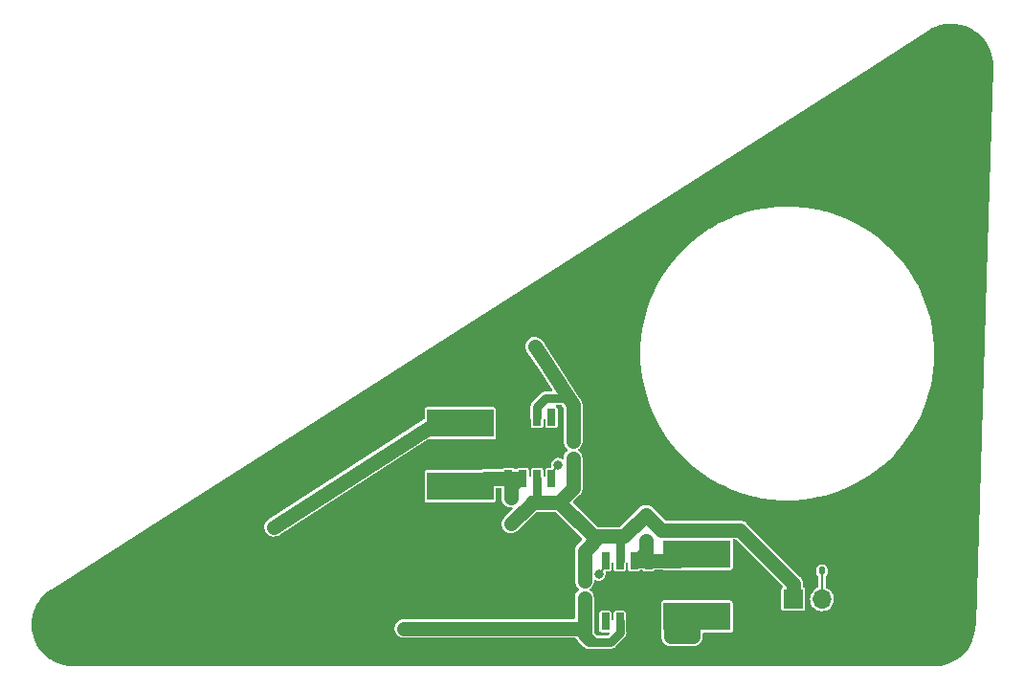
<source format=gbl>
G04 #@! TF.GenerationSoftware,KiCad,Pcbnew,(6.0.0)*
G04 #@! TF.CreationDate,2022-02-11T23:27:56-05:00*
G04 #@! TF.ProjectId,FalconLHS,46616c63-6f6e-44c4-9853-2e6b69636164,1A*
G04 #@! TF.SameCoordinates,Original*
G04 #@! TF.FileFunction,Copper,L2,Bot*
G04 #@! TF.FilePolarity,Positive*
%FSLAX46Y46*%
G04 Gerber Fmt 4.6, Leading zero omitted, Abs format (unit mm)*
G04 Created by KiCad (PCBNEW (6.0.0)) date 2022-02-11 23:27:56*
%MOMM*%
%LPD*%
G01*
G04 APERTURE LIST*
G04 Aperture macros list*
%AMRoundRect*
0 Rectangle with rounded corners*
0 $1 Rounding radius*
0 $2 $3 $4 $5 $6 $7 $8 $9 X,Y pos of 4 corners*
0 Add a 4 corners polygon primitive as box body*
4,1,4,$2,$3,$4,$5,$6,$7,$8,$9,$2,$3,0*
0 Add four circle primitives for the rounded corners*
1,1,$1+$1,$2,$3*
1,1,$1+$1,$4,$5*
1,1,$1+$1,$6,$7*
1,1,$1+$1,$8,$9*
0 Add four rect primitives between the rounded corners*
20,1,$1+$1,$2,$3,$4,$5,0*
20,1,$1+$1,$4,$5,$6,$7,0*
20,1,$1+$1,$6,$7,$8,$9,0*
20,1,$1+$1,$8,$9,$2,$3,0*%
G04 Aperture macros list end*
G04 #@! TA.AperFunction,SMDPad,CuDef*
%ADD10R,0.650000X1.500000*%
G04 #@! TD*
G04 #@! TA.AperFunction,SMDPad,CuDef*
%ADD11R,3.600000X2.700000*%
G04 #@! TD*
G04 #@! TA.AperFunction,ComponentPad*
%ADD12R,1.700000X1.700000*%
G04 #@! TD*
G04 #@! TA.AperFunction,ComponentPad*
%ADD13O,1.700000X1.700000*%
G04 #@! TD*
G04 #@! TA.AperFunction,SMDPad,CuDef*
%ADD14RoundRect,0.135000X0.135000X0.185000X-0.135000X0.185000X-0.135000X-0.185000X0.135000X-0.185000X0*%
G04 #@! TD*
G04 #@! TA.AperFunction,SMDPad,CuDef*
%ADD15R,5.900000X2.450000*%
G04 #@! TD*
G04 #@! TA.AperFunction,SMDPad,CuDef*
%ADD16RoundRect,0.135000X0.185000X-0.135000X0.185000X0.135000X-0.185000X0.135000X-0.185000X-0.135000X0*%
G04 #@! TD*
G04 #@! TA.AperFunction,SMDPad,CuDef*
%ADD17RoundRect,0.250000X1.100000X-0.325000X1.100000X0.325000X-1.100000X0.325000X-1.100000X-0.325000X0*%
G04 #@! TD*
G04 #@! TA.AperFunction,SMDPad,CuDef*
%ADD18R,0.900000X0.800000*%
G04 #@! TD*
G04 #@! TA.AperFunction,SMDPad,CuDef*
%ADD19RoundRect,0.250000X-1.100000X0.325000X-1.100000X-0.325000X1.100000X-0.325000X1.100000X0.325000X0*%
G04 #@! TD*
G04 #@! TA.AperFunction,SMDPad,CuDef*
%ADD20RoundRect,0.135000X-0.185000X0.135000X-0.185000X-0.135000X0.185000X-0.135000X0.185000X0.135000X0*%
G04 #@! TD*
G04 #@! TA.AperFunction,ViaPad*
%ADD21C,1.700000*%
G04 #@! TD*
G04 #@! TA.AperFunction,ViaPad*
%ADD22C,0.800000*%
G04 #@! TD*
G04 #@! TA.AperFunction,Conductor*
%ADD23C,1.270000*%
G04 #@! TD*
G04 #@! TA.AperFunction,Conductor*
%ADD24C,0.762000*%
G04 #@! TD*
G04 #@! TA.AperFunction,Conductor*
%ADD25C,0.203200*%
G04 #@! TD*
G04 APERTURE END LIST*
D10*
X159875000Y-123720000D03*
X158605000Y-123720000D03*
X157335000Y-123720000D03*
X156065000Y-123720000D03*
X156065000Y-118320000D03*
X157335000Y-118320000D03*
X158605000Y-118320000D03*
X159875000Y-118320000D03*
D11*
X157970000Y-121020000D03*
D12*
X172690000Y-121750000D03*
D13*
X175230000Y-121750000D03*
X177770000Y-121750000D03*
D14*
X176250000Y-119239119D03*
X175230000Y-119239119D03*
D15*
X143219500Y-111745000D03*
X143219500Y-106195000D03*
X164170000Y-117745000D03*
X164170000Y-123295000D03*
D16*
X154270000Y-121430000D03*
X154270000Y-120410000D03*
D17*
X150500000Y-116111600D03*
X150500000Y-113161600D03*
D18*
X159670000Y-114270000D03*
X159670000Y-116570000D03*
D19*
X156870000Y-113245000D03*
X156870000Y-116195000D03*
D20*
X153100000Y-108016600D03*
X153100000Y-109036600D03*
D18*
X147719500Y-115086600D03*
X147719500Y-112786600D03*
D10*
X147495000Y-105670000D03*
X148765000Y-105670000D03*
X150035000Y-105670000D03*
X151305000Y-105670000D03*
X151305000Y-111070000D03*
X150035000Y-111070000D03*
X148765000Y-111070000D03*
X147495000Y-111070000D03*
D11*
X149400000Y-108370000D03*
D21*
X149400000Y-108370000D03*
X157810000Y-121020000D03*
D22*
X154600000Y-111375000D03*
X153890000Y-113140000D03*
X151950000Y-115030000D03*
X152660000Y-115830000D03*
X155375000Y-112125000D03*
X154600000Y-113820000D03*
X155470000Y-119520000D03*
X151884646Y-109863935D03*
X149829327Y-99390673D03*
X150984423Y-101165577D03*
X150404904Y-100275096D03*
X127544570Y-114849070D03*
X128410851Y-114295351D03*
X126727094Y-115371594D03*
X140305000Y-124335000D03*
X138245000Y-124335000D03*
X139285000Y-124335000D03*
X161855000Y-125060000D03*
X163825000Y-125060000D03*
X162865000Y-125060000D03*
D23*
X148400000Y-105670000D02*
X148400000Y-107370000D01*
X158970000Y-122020000D02*
X158970000Y-123720000D01*
X147495000Y-105670000D02*
X148400000Y-105670000D01*
X148400000Y-107370000D02*
X149400000Y-108370000D01*
X159875000Y-123720000D02*
X158970000Y-123720000D01*
X157970000Y-121020000D02*
X158970000Y-122020000D01*
D24*
X157335000Y-118320000D02*
X157335000Y-116660000D01*
D23*
X155480978Y-116195000D02*
X154205000Y-117470978D01*
D24*
X150035000Y-112696600D02*
X150500000Y-113161600D01*
X157335000Y-116660000D02*
X156870000Y-116195000D01*
D23*
X147719500Y-115086600D02*
X149644500Y-113161600D01*
X156870000Y-116195000D02*
X157695000Y-116195000D01*
X156870000Y-116195000D02*
X155480978Y-116195000D01*
X172690000Y-120350000D02*
X172690000Y-121750000D01*
X149608400Y-113161600D02*
X151957422Y-113161600D01*
X167950000Y-115610000D02*
X172690000Y-120350000D01*
X155480978Y-116195000D02*
X154990822Y-116195000D01*
X154205000Y-117470978D02*
X154205000Y-120150480D01*
X161010000Y-115610000D02*
X167950000Y-115610000D01*
X153200000Y-111919022D02*
X153200000Y-109270000D01*
X154990822Y-116195000D02*
X151957422Y-113161600D01*
X151957422Y-113161600D02*
X153200000Y-111919022D01*
D24*
X150035000Y-111070000D02*
X150035000Y-112696600D01*
D23*
X157695000Y-116195000D02*
X159620000Y-114270000D01*
X159620000Y-114270000D02*
X159670000Y-114270000D01*
X159670000Y-114270000D02*
X161010000Y-115610000D01*
X148400000Y-111070000D02*
X145400000Y-111070000D01*
X147719500Y-111750500D02*
X148400000Y-111070000D01*
X145400000Y-111070000D02*
X144725000Y-111745000D01*
X147719500Y-112786600D02*
X147719500Y-111750500D01*
X158970000Y-118320000D02*
X162570000Y-118320000D01*
X159670000Y-116570000D02*
X159670000Y-117620000D01*
X159670000Y-117620000D02*
X158970000Y-118320000D01*
D25*
X175230000Y-119239119D02*
X175230000Y-121750000D01*
X151884646Y-109980354D02*
X151300000Y-110565000D01*
X155470000Y-119420000D02*
X156065000Y-118825000D01*
X155470000Y-119520000D02*
X155470000Y-119420000D01*
X151884646Y-109863935D02*
X151884646Y-109980354D01*
D24*
X150035000Y-105670000D02*
X150035000Y-104703978D01*
X150768978Y-103970000D02*
X152600000Y-103970000D01*
D23*
X150984423Y-101165577D02*
X153200000Y-104570000D01*
D24*
X152600000Y-103970000D02*
X153200000Y-104570000D01*
D23*
X150404904Y-100275096D02*
X150984423Y-101165577D01*
X153200000Y-104570000D02*
X153200000Y-107770000D01*
D24*
X150035000Y-104703978D02*
X150768978Y-103970000D01*
D23*
X149829327Y-99390673D02*
X150404904Y-100275096D01*
X126727094Y-115371594D02*
X140870000Y-106300000D01*
X143219500Y-106195000D02*
X140870000Y-106300000D01*
D24*
X154017541Y-124990918D02*
X154188459Y-124820000D01*
D23*
X154205000Y-124820000D02*
X154205000Y-124335000D01*
X154205000Y-124335000D02*
X154205000Y-121620000D01*
D24*
X157335000Y-123720000D02*
X157335000Y-124721022D01*
D23*
X140305000Y-124335000D02*
X139285000Y-124335000D01*
X139285000Y-124335000D02*
X138245000Y-124335000D01*
D24*
X154188459Y-124820000D02*
X154205000Y-124820000D01*
X156497214Y-125558808D02*
X154585431Y-125558808D01*
X154205000Y-124335000D02*
X154205000Y-124655000D01*
X154205000Y-124655000D02*
X155120000Y-125570000D01*
D23*
X154205000Y-124335000D02*
X140305000Y-124335000D01*
D24*
X154585431Y-125558808D02*
X154017541Y-124990918D01*
X157335000Y-124721022D02*
X156497214Y-125558808D01*
D23*
X161855000Y-125060000D02*
X163825000Y-125060000D01*
X161855000Y-123685000D02*
X161960000Y-123580000D01*
X163825000Y-123425000D02*
X163840000Y-123410000D01*
X161855000Y-125060000D02*
X161855000Y-123685000D01*
X163825000Y-125060000D02*
X163825000Y-123425000D01*
G04 #@! TA.AperFunction,Conductor*
G36*
X186760135Y-70836859D02*
G01*
X187078377Y-70860362D01*
X187113894Y-70862985D01*
X187123732Y-70864202D01*
X187473178Y-70925017D01*
X187482850Y-70927196D01*
X187824618Y-71022113D01*
X187834026Y-71025232D01*
X188164800Y-71153332D01*
X188173857Y-71157364D01*
X188490407Y-71317394D01*
X188499018Y-71322293D01*
X188673677Y-71433424D01*
X188798292Y-71512713D01*
X188806381Y-71518439D01*
X189085457Y-71737390D01*
X189092937Y-71743879D01*
X189349103Y-71989234D01*
X189355916Y-71996435D01*
X189586681Y-72265803D01*
X189592753Y-72273641D01*
X189795889Y-72564424D01*
X189801159Y-72572821D01*
X189974686Y-72882183D01*
X189979104Y-72891058D01*
X190121338Y-73215997D01*
X190124861Y-73225264D01*
X190234420Y-73562625D01*
X190237014Y-73572194D01*
X190312836Y-73918706D01*
X190314475Y-73928482D01*
X190355822Y-74280778D01*
X190356490Y-74290658D01*
X190362470Y-74618434D01*
X190360367Y-74640811D01*
X190360221Y-74641509D01*
X190360221Y-74641512D01*
X190358425Y-74650123D01*
X190359683Y-74658832D01*
X190359683Y-74658834D01*
X190360976Y-74667788D01*
X190361962Y-74685292D01*
X189784479Y-93276064D01*
X188827625Y-124079849D01*
X188825555Y-124097260D01*
X188821912Y-124114733D01*
X188823297Y-124124321D01*
X188824016Y-124146656D01*
X188798805Y-124464442D01*
X188798771Y-124464866D01*
X188797543Y-124474460D01*
X188737914Y-124810918D01*
X188737122Y-124815385D01*
X188734978Y-124824816D01*
X188642077Y-125158367D01*
X188639036Y-125167552D01*
X188556675Y-125381244D01*
X188514518Y-125490624D01*
X188510608Y-125499476D01*
X188355616Y-125809107D01*
X188350888Y-125817516D01*
X188166860Y-126110824D01*
X188161328Y-126118764D01*
X187949980Y-126393017D01*
X187943711Y-126400389D01*
X187706994Y-126653061D01*
X187700046Y-126659797D01*
X187440137Y-126888564D01*
X187432573Y-126894601D01*
X187353384Y-126951797D01*
X187151895Y-127097327D01*
X187143799Y-127102602D01*
X186991581Y-127191644D01*
X186844923Y-127277433D01*
X186836344Y-127281912D01*
X186522060Y-127427212D01*
X186513091Y-127430845D01*
X186349706Y-127488057D01*
X186186313Y-127545271D01*
X186177051Y-127548023D01*
X185945021Y-127604948D01*
X185840767Y-127630525D01*
X185831268Y-127632376D01*
X185659950Y-127657279D01*
X185488630Y-127682182D01*
X185479004Y-127683112D01*
X185364953Y-127688604D01*
X185160168Y-127698465D01*
X185137863Y-127697053D01*
X185136989Y-127696899D01*
X185136988Y-127696899D01*
X185128321Y-127695371D01*
X185119655Y-127696899D01*
X185110740Y-127698471D01*
X185093271Y-127699999D01*
X147059840Y-127700000D01*
X109035050Y-127700000D01*
X109017581Y-127698472D01*
X109017576Y-127698471D01*
X109016402Y-127698264D01*
X109008667Y-127696900D01*
X109008666Y-127696900D01*
X109000000Y-127695372D01*
X108990664Y-127697018D01*
X108990660Y-127697019D01*
X108968211Y-127698425D01*
X108639201Y-127682122D01*
X108629293Y-127681137D01*
X108413319Y-127648821D01*
X108276971Y-127628419D01*
X108267212Y-127626461D01*
X108204705Y-127610664D01*
X107921819Y-127539170D01*
X107912314Y-127536261D01*
X107577222Y-127415246D01*
X107568038Y-127411405D01*
X107246586Y-127257873D01*
X107237824Y-127253143D01*
X106989291Y-127102606D01*
X106933096Y-127068568D01*
X106924859Y-127063004D01*
X106639871Y-126849209D01*
X106632224Y-126842857D01*
X106369773Y-126601942D01*
X106362783Y-126594856D01*
X106125443Y-126329187D01*
X106119185Y-126321443D01*
X105909259Y-126033597D01*
X105903797Y-126025271D01*
X105889616Y-126001128D01*
X105765405Y-125789669D01*
X105723369Y-125718106D01*
X105718757Y-125709282D01*
X105569574Y-125385776D01*
X105565856Y-125376538D01*
X105449379Y-125039853D01*
X105446594Y-125030294D01*
X105443161Y-125015895D01*
X105363975Y-124683756D01*
X105362150Y-124673978D01*
X105353149Y-124607719D01*
X105341536Y-124522244D01*
X105314193Y-124320973D01*
X105313342Y-124311053D01*
X105312508Y-124287906D01*
X137402670Y-124287906D01*
X137412207Y-124469883D01*
X137417766Y-124490064D01*
X137454973Y-124625140D01*
X137460599Y-124645566D01*
X137545587Y-124806760D01*
X137578270Y-124845435D01*
X137629927Y-124906563D01*
X137663206Y-124945944D01*
X137807969Y-125056624D01*
X137812909Y-125058927D01*
X137812908Y-125058927D01*
X137953530Y-125124500D01*
X137973122Y-125133636D01*
X137978440Y-125134825D01*
X137978441Y-125134825D01*
X138025629Y-125145372D01*
X138150960Y-125173387D01*
X138155077Y-125173617D01*
X138155083Y-125173618D01*
X138155142Y-125173621D01*
X138155148Y-125173621D01*
X138156558Y-125173700D01*
X153382140Y-125173700D01*
X153441271Y-125192913D01*
X153468371Y-125222487D01*
X153533012Y-125330067D01*
X153536749Y-125334019D01*
X153536756Y-125334028D01*
X153570655Y-125369875D01*
X153577368Y-125377749D01*
X153600528Y-125407931D01*
X153616469Y-125420163D01*
X153628320Y-125430852D01*
X153647389Y-125451017D01*
X153658217Y-125462468D01*
X153662721Y-125465529D01*
X153662727Y-125465534D01*
X153662785Y-125465573D01*
X153677376Y-125477643D01*
X154140224Y-125940491D01*
X154148902Y-125950387D01*
X154164402Y-125970588D01*
X154164405Y-125970591D01*
X154168418Y-125975821D01*
X154173648Y-125979834D01*
X154199082Y-125999350D01*
X154197718Y-126001127D01*
X154197719Y-126001128D01*
X154199083Y-125999351D01*
X154290558Y-126069542D01*
X154296654Y-126072067D01*
X154426700Y-126125934D01*
X154426701Y-126125934D01*
X154432794Y-126128458D01*
X154439332Y-126129319D01*
X154439333Y-126129319D01*
X154578891Y-126147693D01*
X154585431Y-126148554D01*
X154617218Y-126144369D01*
X154630349Y-126143508D01*
X154990082Y-126143508D01*
X155003211Y-126144369D01*
X155120000Y-126159745D01*
X155236792Y-126144369D01*
X155249923Y-126143508D01*
X156452304Y-126143508D01*
X156465433Y-126144369D01*
X156497214Y-126148553D01*
X156535533Y-126143508D01*
X156535535Y-126143508D01*
X156597236Y-126135385D01*
X156643313Y-126129319D01*
X156643315Y-126129318D01*
X156649851Y-126128458D01*
X156750427Y-126086798D01*
X156792087Y-126069542D01*
X156844169Y-126029578D01*
X156914227Y-125975821D01*
X156918240Y-125970591D01*
X156918246Y-125970585D01*
X156933748Y-125950382D01*
X156942424Y-125940488D01*
X157716685Y-125166228D01*
X157726579Y-125157551D01*
X157746783Y-125142048D01*
X157752013Y-125138035D01*
X157811891Y-125060000D01*
X157845734Y-125015895D01*
X157846972Y-125012906D01*
X161012670Y-125012906D01*
X161012955Y-125018346D01*
X161012955Y-125018347D01*
X161016162Y-125079538D01*
X161016300Y-125084803D01*
X161016300Y-125105520D01*
X161016594Y-125108225D01*
X161016594Y-125108228D01*
X161018361Y-125124500D01*
X161018811Y-125130095D01*
X161022207Y-125194883D01*
X161023652Y-125200130D01*
X161023653Y-125200134D01*
X161026333Y-125209862D01*
X161029357Y-125225713D01*
X161031035Y-125241160D01*
X161032774Y-125246326D01*
X161032774Y-125246328D01*
X161051728Y-125302647D01*
X161053371Y-125308020D01*
X161055764Y-125316709D01*
X161070599Y-125370566D01*
X161073141Y-125375387D01*
X161073142Y-125375390D01*
X161077843Y-125384307D01*
X161084201Y-125399140D01*
X161089158Y-125413869D01*
X161091964Y-125418539D01*
X161122573Y-125469481D01*
X161125331Y-125474375D01*
X161133883Y-125490596D01*
X161155587Y-125531760D01*
X161159101Y-125535918D01*
X161159102Y-125535920D01*
X161165617Y-125543629D01*
X161175004Y-125556740D01*
X161183012Y-125570067D01*
X161186760Y-125574031D01*
X161186762Y-125574033D01*
X161227590Y-125617208D01*
X161231330Y-125621391D01*
X161273206Y-125670944D01*
X161277534Y-125674253D01*
X161285552Y-125680383D01*
X161297541Y-125691179D01*
X161308217Y-125702468D01*
X161312721Y-125705529D01*
X161312727Y-125705534D01*
X161361876Y-125738934D01*
X161366426Y-125742215D01*
X161417969Y-125781624D01*
X161422903Y-125783925D01*
X161422910Y-125783929D01*
X161432057Y-125788194D01*
X161446086Y-125796163D01*
X161458933Y-125804894D01*
X161519181Y-125828992D01*
X161524302Y-125831208D01*
X161583122Y-125858636D01*
X161588435Y-125859824D01*
X161588439Y-125859825D01*
X161598291Y-125862027D01*
X161613699Y-125866796D01*
X161628127Y-125872567D01*
X161633501Y-125873457D01*
X161633502Y-125873457D01*
X161692140Y-125883165D01*
X161697652Y-125884237D01*
X161756926Y-125897486D01*
X161756934Y-125897487D01*
X161760960Y-125898387D01*
X161765077Y-125898617D01*
X161765083Y-125898618D01*
X161765142Y-125898621D01*
X161765148Y-125898621D01*
X161766558Y-125898700D01*
X161777709Y-125898700D01*
X161794141Y-125900051D01*
X161807906Y-125902330D01*
X161813346Y-125902045D01*
X161813347Y-125902045D01*
X161874538Y-125898838D01*
X161879803Y-125898700D01*
X163747709Y-125898700D01*
X163764141Y-125900051D01*
X163777906Y-125902330D01*
X163783346Y-125902045D01*
X163783347Y-125902045D01*
X163844538Y-125898838D01*
X163849803Y-125898700D01*
X163870520Y-125898700D01*
X163873225Y-125898406D01*
X163873228Y-125898406D01*
X163889500Y-125896639D01*
X163895095Y-125896189D01*
X163933977Y-125894151D01*
X163959883Y-125892793D01*
X163965130Y-125891348D01*
X163965134Y-125891347D01*
X163974862Y-125888667D01*
X163990713Y-125885643D01*
X163991096Y-125885601D01*
X164006160Y-125883965D01*
X164011326Y-125882226D01*
X164011328Y-125882226D01*
X164067647Y-125863272D01*
X164073020Y-125861629D01*
X164092243Y-125856334D01*
X164135566Y-125844401D01*
X164140387Y-125841859D01*
X164140390Y-125841858D01*
X164149307Y-125837157D01*
X164164140Y-125830799D01*
X164173705Y-125827580D01*
X164173706Y-125827579D01*
X164178869Y-125825842D01*
X164234481Y-125792427D01*
X164239375Y-125789669D01*
X164291944Y-125761952D01*
X164296760Y-125759413D01*
X164308631Y-125749382D01*
X164321740Y-125739996D01*
X164335067Y-125731988D01*
X164349747Y-125718106D01*
X164382208Y-125687410D01*
X164386396Y-125683665D01*
X164401450Y-125670944D01*
X164435944Y-125641794D01*
X164445385Y-125629445D01*
X164456179Y-125617459D01*
X164467468Y-125606783D01*
X164470529Y-125602279D01*
X164470534Y-125602273D01*
X164503934Y-125553124D01*
X164507222Y-125548565D01*
X164543314Y-125501360D01*
X164546624Y-125497031D01*
X164548925Y-125492097D01*
X164548929Y-125492090D01*
X164553194Y-125482943D01*
X164561163Y-125468914D01*
X164569894Y-125456067D01*
X164593992Y-125395819D01*
X164596209Y-125390696D01*
X164599188Y-125384307D01*
X164623636Y-125331878D01*
X164625085Y-125325399D01*
X164627027Y-125316709D01*
X164631798Y-125301296D01*
X164635544Y-125291930D01*
X164637567Y-125286873D01*
X164638457Y-125281498D01*
X164648165Y-125222860D01*
X164649237Y-125217348D01*
X164662486Y-125158074D01*
X164662487Y-125158066D01*
X164663387Y-125154040D01*
X164663700Y-125148442D01*
X164663700Y-125137291D01*
X164665051Y-125120860D01*
X164666440Y-125112469D01*
X164667330Y-125107094D01*
X164664512Y-125053313D01*
X164663838Y-125040462D01*
X164663700Y-125035197D01*
X164663700Y-124824300D01*
X164682913Y-124765169D01*
X164733213Y-124728624D01*
X164764300Y-124723700D01*
X167140064Y-124723700D01*
X167199480Y-124711881D01*
X167266860Y-124666860D01*
X167311881Y-124599480D01*
X167323700Y-124540064D01*
X167323700Y-122049936D01*
X167311881Y-121990520D01*
X167266860Y-121923140D01*
X167199480Y-121878119D01*
X167140064Y-121866300D01*
X161199936Y-121866300D01*
X161140520Y-121878119D01*
X161073140Y-121923140D01*
X161028119Y-121990520D01*
X161016300Y-122049936D01*
X161016300Y-123671518D01*
X161016261Y-123674327D01*
X161014073Y-123752660D01*
X161015094Y-123758012D01*
X161015531Y-123763442D01*
X161015318Y-123763459D01*
X161016300Y-123773844D01*
X161016300Y-124982709D01*
X161014949Y-124999140D01*
X161012670Y-125012906D01*
X157846972Y-125012906D01*
X157849199Y-125007531D01*
X157886783Y-124916794D01*
X157902126Y-124879752D01*
X157904650Y-124873659D01*
X157913458Y-124806760D01*
X157919700Y-124759343D01*
X157919700Y-124759341D01*
X157923884Y-124727562D01*
X157924745Y-124721022D01*
X157920561Y-124689241D01*
X157919700Y-124676110D01*
X157919700Y-123681679D01*
X157918733Y-123674327D01*
X157905511Y-123573901D01*
X157905510Y-123573899D01*
X157904650Y-123567363D01*
X157871358Y-123486990D01*
X157863700Y-123448492D01*
X157863700Y-122949936D01*
X157851881Y-122890520D01*
X157806860Y-122823140D01*
X157739480Y-122778119D01*
X157680064Y-122766300D01*
X156989936Y-122766300D01*
X156930520Y-122778119D01*
X156863140Y-122823140D01*
X156818119Y-122890520D01*
X156806300Y-122949936D01*
X156806300Y-123448492D01*
X156798642Y-123486990D01*
X156793461Y-123499499D01*
X156787242Y-123514512D01*
X156746863Y-123561790D01*
X156686407Y-123576304D01*
X156628965Y-123552511D01*
X156596480Y-123499499D01*
X156593700Y-123476014D01*
X156593700Y-122949936D01*
X156581881Y-122890520D01*
X156536860Y-122823140D01*
X156469480Y-122778119D01*
X156410064Y-122766300D01*
X155719936Y-122766300D01*
X155660520Y-122778119D01*
X155593140Y-122823140D01*
X155548119Y-122890520D01*
X155536300Y-122949936D01*
X155536300Y-124490064D01*
X155548119Y-124549480D01*
X155593140Y-124616860D01*
X155660520Y-124661881D01*
X155719936Y-124673700D01*
X156312562Y-124673700D01*
X156371693Y-124692913D01*
X156408238Y-124743213D01*
X156408238Y-124805387D01*
X156383697Y-124845435D01*
X156284489Y-124944643D01*
X156229091Y-124972869D01*
X156213354Y-124974108D01*
X155392669Y-124974108D01*
X155333538Y-124954895D01*
X155321534Y-124944643D01*
X155073165Y-124696275D01*
X155044939Y-124640878D01*
X155043700Y-124625140D01*
X155043700Y-124412291D01*
X155045051Y-124395860D01*
X155046440Y-124387469D01*
X155047330Y-124382094D01*
X155043838Y-124315462D01*
X155043700Y-124310197D01*
X155043700Y-121574480D01*
X155040427Y-121544345D01*
X155029553Y-121444251D01*
X155029553Y-121444249D01*
X155028965Y-121438840D01*
X154970842Y-121266131D01*
X154968036Y-121261461D01*
X154879793Y-121114601D01*
X154879792Y-121114600D01*
X154876988Y-121109933D01*
X154809159Y-121038206D01*
X154755527Y-120981491D01*
X154755526Y-120981490D01*
X154751783Y-120977532D01*
X154736102Y-120966875D01*
X154697995Y-120917747D01*
X154696043Y-120855604D01*
X154727715Y-120806833D01*
X154811785Y-120735789D01*
X154811787Y-120735787D01*
X154815944Y-120732274D01*
X154926624Y-120587511D01*
X155003636Y-120422358D01*
X155043387Y-120244520D01*
X155043700Y-120238922D01*
X155043700Y-120147419D01*
X155062913Y-120088288D01*
X155113213Y-120051743D01*
X155175387Y-120051743D01*
X155182790Y-120054474D01*
X155312403Y-120108161D01*
X155318939Y-120109021D01*
X155318941Y-120109022D01*
X155463460Y-120128048D01*
X155470000Y-120128909D01*
X155476540Y-120128048D01*
X155621059Y-120109022D01*
X155621061Y-120109021D01*
X155627597Y-120108161D01*
X155774455Y-120047331D01*
X155900564Y-119950564D01*
X155997331Y-119824454D01*
X156058161Y-119677597D01*
X156078909Y-119520000D01*
X156061456Y-119387431D01*
X156072786Y-119326298D01*
X156117886Y-119283500D01*
X156161195Y-119273700D01*
X156410064Y-119273700D01*
X156469480Y-119261881D01*
X156536860Y-119216860D01*
X156581881Y-119149480D01*
X156593700Y-119090064D01*
X156593700Y-118563986D01*
X156612913Y-118504855D01*
X156663213Y-118468310D01*
X156725387Y-118468310D01*
X156775687Y-118504855D01*
X156787241Y-118525487D01*
X156798642Y-118553010D01*
X156806300Y-118591508D01*
X156806300Y-119090064D01*
X156818119Y-119149480D01*
X156863140Y-119216860D01*
X156930520Y-119261881D01*
X156989936Y-119273700D01*
X157680064Y-119273700D01*
X157739480Y-119261881D01*
X157806860Y-119216860D01*
X157851881Y-119149480D01*
X157863700Y-119090064D01*
X157863700Y-118591508D01*
X157871358Y-118553010D01*
X157882758Y-118525488D01*
X157923137Y-118478210D01*
X157983593Y-118463696D01*
X158041035Y-118487489D01*
X158073520Y-118540501D01*
X158076300Y-118563986D01*
X158076300Y-119090064D01*
X158088119Y-119149480D01*
X158133140Y-119216860D01*
X158200520Y-119261881D01*
X158259936Y-119273700D01*
X158950064Y-119273700D01*
X159009480Y-119261881D01*
X159076860Y-119216860D01*
X159085847Y-119203410D01*
X159134674Y-119164918D01*
X159169493Y-119158700D01*
X159310507Y-119158700D01*
X159369638Y-119177913D01*
X159394153Y-119203410D01*
X159403140Y-119216860D01*
X159470520Y-119261881D01*
X159529936Y-119273700D01*
X160220064Y-119273700D01*
X160279480Y-119261881D01*
X160346860Y-119216860D01*
X160355847Y-119203410D01*
X160404674Y-119164918D01*
X160439493Y-119158700D01*
X161117880Y-119158700D01*
X161140267Y-119163153D01*
X161140520Y-119161881D01*
X161199936Y-119173700D01*
X167140064Y-119173700D01*
X167199480Y-119161881D01*
X167266860Y-119116860D01*
X167311881Y-119049480D01*
X167323700Y-118990064D01*
X167323700Y-116549300D01*
X167342913Y-116490169D01*
X167393213Y-116453624D01*
X167424300Y-116448700D01*
X167560929Y-116448700D01*
X167620060Y-116467913D01*
X167632064Y-116478165D01*
X171734685Y-120580786D01*
X171762911Y-120636184D01*
X171753185Y-120697592D01*
X171719440Y-120735567D01*
X171702530Y-120746866D01*
X171693140Y-120753140D01*
X171648119Y-120820520D01*
X171636300Y-120879936D01*
X171636300Y-122620064D01*
X171648119Y-122679480D01*
X171693140Y-122746860D01*
X171760520Y-122791881D01*
X171819936Y-122803700D01*
X173560064Y-122803700D01*
X173619480Y-122791881D01*
X173686860Y-122746860D01*
X173731881Y-122679480D01*
X173743700Y-122620064D01*
X173743700Y-121735217D01*
X174171305Y-121735217D01*
X174188596Y-121941133D01*
X174245555Y-122139770D01*
X174340010Y-122323560D01*
X174468364Y-122485503D01*
X174625730Y-122619431D01*
X174806111Y-122720243D01*
X174810792Y-122721764D01*
X174997959Y-122782579D01*
X174997965Y-122782580D01*
X175002639Y-122784099D01*
X175007521Y-122784681D01*
X175007525Y-122784682D01*
X175202936Y-122807983D01*
X175202937Y-122807983D01*
X175207826Y-122808566D01*
X175413858Y-122792712D01*
X175418599Y-122791388D01*
X175418601Y-122791388D01*
X175608145Y-122738467D01*
X175612887Y-122737143D01*
X175797332Y-122643973D01*
X175960168Y-122516752D01*
X176095191Y-122360325D01*
X176197260Y-122180652D01*
X176257276Y-122000238D01*
X176260932Y-121989247D01*
X176260932Y-121989245D01*
X176262486Y-121984575D01*
X176270247Y-121923140D01*
X176288034Y-121782343D01*
X176288034Y-121782340D01*
X176288385Y-121779563D01*
X176288798Y-121750000D01*
X176287349Y-121735217D01*
X176273507Y-121594056D01*
X176268633Y-121544345D01*
X176267211Y-121539635D01*
X176267210Y-121539630D01*
X176210331Y-121351238D01*
X176210329Y-121351234D01*
X176208907Y-121346523D01*
X176111895Y-121164070D01*
X175981292Y-121003935D01*
X175852774Y-120897616D01*
X175825857Y-120875348D01*
X175825856Y-120875347D01*
X175822072Y-120872217D01*
X175640301Y-120773933D01*
X175606151Y-120763362D01*
X175555346Y-120727523D01*
X175535300Y-120667261D01*
X175535300Y-119774483D01*
X175554513Y-119715352D01*
X175564765Y-119703348D01*
X175646727Y-119621386D01*
X175697206Y-119513133D01*
X175703700Y-119463807D01*
X175703700Y-119014431D01*
X175701131Y-118994914D01*
X175698211Y-118972740D01*
X175697206Y-118965105D01*
X175646727Y-118856852D01*
X175562267Y-118772392D01*
X175454014Y-118721913D01*
X175435373Y-118719459D01*
X175407950Y-118715848D01*
X175407943Y-118715848D01*
X175404688Y-118715419D01*
X175055312Y-118715419D01*
X175052057Y-118715848D01*
X175052050Y-118715848D01*
X175024627Y-118719459D01*
X175005986Y-118721913D01*
X174897733Y-118772392D01*
X174813273Y-118856852D01*
X174762794Y-118965105D01*
X174761789Y-118972740D01*
X174758870Y-118994914D01*
X174756300Y-119014431D01*
X174756300Y-119463807D01*
X174762794Y-119513133D01*
X174813273Y-119621386D01*
X174895235Y-119703348D01*
X174923461Y-119758746D01*
X174924700Y-119774483D01*
X174924700Y-120666161D01*
X174905487Y-120725292D01*
X174852502Y-120762668D01*
X174838095Y-120766908D01*
X174838091Y-120766910D01*
X174833367Y-120768300D01*
X174829007Y-120770579D01*
X174829003Y-120770581D01*
X174666370Y-120855604D01*
X174650241Y-120864036D01*
X174646402Y-120867123D01*
X174646400Y-120867124D01*
X174608476Y-120897616D01*
X174489198Y-120993518D01*
X174486037Y-120997285D01*
X174486036Y-120997286D01*
X174451700Y-121038206D01*
X174356371Y-121151814D01*
X174256821Y-121332895D01*
X174255333Y-121337585D01*
X174255332Y-121337588D01*
X174221497Y-121444251D01*
X174194339Y-121529864D01*
X174193790Y-121534755D01*
X174193790Y-121534757D01*
X174189335Y-121574480D01*
X174171305Y-121735217D01*
X173743700Y-121735217D01*
X173743700Y-120879936D01*
X173731881Y-120820520D01*
X173686860Y-120753140D01*
X173619480Y-120708119D01*
X173609765Y-120706187D01*
X173609759Y-120706184D01*
X173609671Y-120706167D01*
X173609541Y-120706094D01*
X173600608Y-120702394D01*
X173601046Y-120701337D01*
X173555425Y-120675786D01*
X173529397Y-120619323D01*
X173528700Y-120607501D01*
X173528700Y-120389487D01*
X173529053Y-120381069D01*
X173532937Y-120334819D01*
X173532937Y-120334818D01*
X173533393Y-120329388D01*
X173522864Y-120250477D01*
X173522568Y-120248036D01*
X173520662Y-120230494D01*
X173513965Y-120168840D01*
X173512227Y-120163674D01*
X173511175Y-120158890D01*
X173510014Y-120154164D01*
X173509293Y-120148762D01*
X173482046Y-120073903D01*
X173481241Y-120071604D01*
X173473073Y-120047331D01*
X173455842Y-119996131D01*
X173453038Y-119991464D01*
X173450997Y-119987047D01*
X173448833Y-119982649D01*
X173446968Y-119977526D01*
X173432406Y-119954580D01*
X173404295Y-119910285D01*
X173403003Y-119908193D01*
X173364793Y-119844601D01*
X173364792Y-119844600D01*
X173361988Y-119839933D01*
X173358248Y-119835978D01*
X173354950Y-119831633D01*
X173355258Y-119831399D01*
X173354333Y-119830211D01*
X173354026Y-119830443D01*
X173351535Y-119827150D01*
X173349325Y-119823667D01*
X173345588Y-119819487D01*
X173292593Y-119766492D01*
X173290634Y-119764478D01*
X173240522Y-119711486D01*
X173240523Y-119711486D01*
X173236783Y-119707532D01*
X173232281Y-119704473D01*
X173228128Y-119700938D01*
X173228266Y-119700776D01*
X173220227Y-119694126D01*
X168570974Y-115044873D01*
X168565271Y-115038671D01*
X168535309Y-115003215D01*
X168535307Y-115003213D01*
X168531794Y-114999056D01*
X168468533Y-114950689D01*
X168466610Y-114949181D01*
X168422566Y-114913769D01*
X168404532Y-114899269D01*
X168399652Y-114896846D01*
X168395561Y-114894230D01*
X168391362Y-114891687D01*
X168387031Y-114888376D01*
X168367530Y-114879283D01*
X168314874Y-114854728D01*
X168312661Y-114853663D01*
X168246188Y-114820667D01*
X168246189Y-114820667D01*
X168241309Y-114818245D01*
X168236028Y-114816928D01*
X168231427Y-114815235D01*
X168226809Y-114813663D01*
X168221878Y-114811364D01*
X168216566Y-114810177D01*
X168216561Y-114810175D01*
X168144167Y-114793994D01*
X168141807Y-114793437D01*
X168064495Y-114774161D01*
X168059052Y-114774009D01*
X168053650Y-114773269D01*
X168053703Y-114772886D01*
X168052212Y-114772700D01*
X168052159Y-114773081D01*
X168048069Y-114772514D01*
X168044040Y-114771613D01*
X168039878Y-114771380D01*
X168039858Y-114771379D01*
X168039852Y-114771379D01*
X168038442Y-114771300D01*
X167963482Y-114771300D01*
X167960673Y-114771261D01*
X167887786Y-114769225D01*
X167887785Y-114769225D01*
X167882340Y-114769073D01*
X167876988Y-114770094D01*
X167871558Y-114770531D01*
X167871541Y-114770318D01*
X167861156Y-114771300D01*
X161399071Y-114771300D01*
X161339940Y-114752087D01*
X161327936Y-114741835D01*
X160290974Y-113704873D01*
X160285271Y-113698671D01*
X160255309Y-113663215D01*
X160255307Y-113663213D01*
X160251794Y-113659056D01*
X160188533Y-113610689D01*
X160186610Y-113609181D01*
X160162398Y-113589714D01*
X160124532Y-113559269D01*
X160119652Y-113556846D01*
X160115561Y-113554230D01*
X160111362Y-113551687D01*
X160107031Y-113548376D01*
X160064259Y-113528431D01*
X160034874Y-113514728D01*
X160032661Y-113513663D01*
X159966188Y-113480667D01*
X159966189Y-113480667D01*
X159961309Y-113478245D01*
X159956028Y-113476928D01*
X159951427Y-113475235D01*
X159946809Y-113473663D01*
X159941878Y-113471364D01*
X159936566Y-113470177D01*
X159936561Y-113470175D01*
X159864167Y-113453994D01*
X159861807Y-113453437D01*
X159784495Y-113434161D01*
X159779052Y-113434009D01*
X159773650Y-113433269D01*
X159773703Y-113432886D01*
X159772212Y-113432700D01*
X159772159Y-113433081D01*
X159768069Y-113432514D01*
X159764040Y-113431613D01*
X159759878Y-113431380D01*
X159759858Y-113431379D01*
X159759852Y-113431379D01*
X159758442Y-113431300D01*
X159683483Y-113431300D01*
X159680675Y-113431261D01*
X159674583Y-113431091D01*
X159644716Y-113430256D01*
X159639110Y-113429942D01*
X159604820Y-113427063D01*
X159604819Y-113427063D01*
X159599388Y-113426607D01*
X159569178Y-113430638D01*
X159520477Y-113437136D01*
X159518036Y-113437432D01*
X159500494Y-113439338D01*
X159438840Y-113446035D01*
X159433674Y-113447773D01*
X159428890Y-113448825D01*
X159424164Y-113449986D01*
X159418762Y-113450707D01*
X159343903Y-113477954D01*
X159341625Y-113478752D01*
X159266131Y-113504158D01*
X159261464Y-113506962D01*
X159257047Y-113509003D01*
X159252649Y-113511167D01*
X159247526Y-113513032D01*
X159242921Y-113515954D01*
X159242922Y-113515954D01*
X159180285Y-113555705D01*
X159178193Y-113556997D01*
X159114601Y-113595207D01*
X159109933Y-113598012D01*
X159105978Y-113601752D01*
X159101633Y-113605050D01*
X159101399Y-113604742D01*
X159100211Y-113605667D01*
X159100443Y-113605974D01*
X159097150Y-113608465D01*
X159093667Y-113610675D01*
X159089487Y-113614412D01*
X159036492Y-113667407D01*
X159034478Y-113669366D01*
X158977532Y-113723217D01*
X158974473Y-113727719D01*
X158970938Y-113731872D01*
X158970776Y-113731734D01*
X158964126Y-113739773D01*
X157377064Y-115326835D01*
X157321666Y-115355061D01*
X157305929Y-115356300D01*
X155520465Y-115356300D01*
X155512047Y-115355947D01*
X155465797Y-115352063D01*
X155465796Y-115352063D01*
X155460366Y-115351607D01*
X155439768Y-115354355D01*
X155431818Y-115355416D01*
X155418513Y-115356300D01*
X155379893Y-115356300D01*
X155320762Y-115337087D01*
X155308758Y-115326835D01*
X153214658Y-113232735D01*
X153186432Y-113177337D01*
X153196158Y-113115929D01*
X153214658Y-113090465D01*
X153765127Y-112539996D01*
X153771329Y-112534293D01*
X153806785Y-112504331D01*
X153806787Y-112504329D01*
X153810944Y-112500816D01*
X153859311Y-112437555D01*
X153860819Y-112435632D01*
X153882164Y-112409084D01*
X153910731Y-112373554D01*
X153913154Y-112368674D01*
X153915770Y-112364583D01*
X153918313Y-112360384D01*
X153921624Y-112356053D01*
X153939967Y-112316717D01*
X153955272Y-112283896D01*
X153956337Y-112281683D01*
X153989333Y-112215210D01*
X153991755Y-112210331D01*
X153993072Y-112205050D01*
X153994765Y-112200449D01*
X153996337Y-112195831D01*
X153998636Y-112190900D01*
X153999823Y-112185588D01*
X153999825Y-112185583D01*
X154016006Y-112113189D01*
X154016571Y-112110795D01*
X154024140Y-112080440D01*
X154035839Y-112033517D01*
X154035991Y-112028074D01*
X154036731Y-112022672D01*
X154037114Y-112022725D01*
X154037300Y-112021234D01*
X154036919Y-112021181D01*
X154037486Y-112017091D01*
X154038387Y-112013062D01*
X154038700Y-112007464D01*
X154038700Y-111932524D01*
X154038739Y-111929715D01*
X154040776Y-111856808D01*
X154040776Y-111856807D01*
X154040928Y-111851362D01*
X154039907Y-111846010D01*
X154039470Y-111840580D01*
X154039682Y-111840563D01*
X154038700Y-111830173D01*
X154038700Y-109224480D01*
X154034038Y-109181558D01*
X154024553Y-109094251D01*
X154024553Y-109094249D01*
X154023965Y-109088840D01*
X153965842Y-108916131D01*
X153963036Y-108911461D01*
X153874793Y-108764601D01*
X153874792Y-108764600D01*
X153871988Y-108759933D01*
X153746783Y-108627532D01*
X153711110Y-108603289D01*
X153673003Y-108554161D01*
X153671051Y-108492018D01*
X153702723Y-108443247D01*
X153710458Y-108436711D01*
X153810944Y-108351794D01*
X153921624Y-108207031D01*
X153998636Y-108041878D01*
X154038387Y-107864040D01*
X154038700Y-107858442D01*
X154038700Y-104605769D01*
X154038989Y-104598148D01*
X154042048Y-104557879D01*
X154043203Y-104542679D01*
X154032564Y-104467509D01*
X154032163Y-104464308D01*
X154024553Y-104394255D01*
X154023965Y-104388840D01*
X154022227Y-104383674D01*
X154021058Y-104378359D01*
X154021063Y-104378358D01*
X154019776Y-104372926D01*
X154019772Y-104372927D01*
X154018429Y-104367643D01*
X154017666Y-104362251D01*
X153991142Y-104291141D01*
X153990054Y-104288075D01*
X153989681Y-104286965D01*
X153981761Y-104263433D01*
X153967581Y-104221297D01*
X153967579Y-104221294D01*
X153965842Y-104216131D01*
X153963036Y-104211460D01*
X153960751Y-104206516D01*
X153960755Y-104206514D01*
X153957189Y-104199113D01*
X153957177Y-104199119D01*
X153956624Y-104197941D01*
X153955530Y-104195671D01*
X153953980Y-104191515D01*
X153951189Y-104186653D01*
X153912293Y-104126886D01*
X153910380Y-104123828D01*
X153874792Y-104064599D01*
X153874790Y-104064597D01*
X153871988Y-104059933D01*
X153867767Y-104055470D01*
X153856540Y-104041218D01*
X153674301Y-103761191D01*
X151735616Y-100782237D01*
X151735612Y-100782230D01*
X151204681Y-99966408D01*
X159161997Y-99966408D01*
X159178573Y-100669762D01*
X159189155Y-100805736D01*
X159221537Y-101221832D01*
X159233160Y-101371190D01*
X159325601Y-102068640D01*
X159455623Y-102760070D01*
X159622847Y-103443457D01*
X159623246Y-103444774D01*
X159810972Y-104064599D01*
X159826782Y-104116800D01*
X159827243Y-104118071D01*
X159827245Y-104118076D01*
X160065022Y-104773140D01*
X160066833Y-104778130D01*
X160342297Y-105425510D01*
X160652367Y-106057046D01*
X160653026Y-106058222D01*
X160653034Y-106058238D01*
X160780936Y-106286623D01*
X160996136Y-106670890D01*
X161372598Y-107265245D01*
X161780651Y-107838371D01*
X161781479Y-107839411D01*
X161781488Y-107839422D01*
X161804317Y-107868070D01*
X162219101Y-108388592D01*
X162219980Y-108389580D01*
X162219989Y-108389591D01*
X162435134Y-108631489D01*
X162686664Y-108914297D01*
X162687612Y-108915254D01*
X162687623Y-108915265D01*
X162880720Y-109110054D01*
X163181973Y-109413947D01*
X163182973Y-109414853D01*
X163182976Y-109414855D01*
X163686338Y-109870475D01*
X163703578Y-109886080D01*
X163870549Y-110021532D01*
X164248477Y-110328119D01*
X164249951Y-110329315D01*
X164251043Y-110330107D01*
X164251047Y-110330110D01*
X164818387Y-110741551D01*
X164818400Y-110741560D01*
X164819495Y-110742354D01*
X165410542Y-111123988D01*
X165411706Y-111124654D01*
X165411722Y-111124663D01*
X165725989Y-111304281D01*
X166021363Y-111473101D01*
X166022556Y-111473700D01*
X166022564Y-111473704D01*
X166276387Y-111601086D01*
X166650169Y-111788670D01*
X166973777Y-111929715D01*
X167293878Y-112069232D01*
X167293888Y-112069236D01*
X167295120Y-112069773D01*
X167296389Y-112070246D01*
X167296391Y-112070247D01*
X167894929Y-112293435D01*
X167954330Y-112315585D01*
X167955612Y-112315986D01*
X167955628Y-112315991D01*
X168624568Y-112524983D01*
X168625868Y-112525389D01*
X168627177Y-112525721D01*
X168627186Y-112525724D01*
X168770406Y-112562097D01*
X169307770Y-112698570D01*
X169309072Y-112698827D01*
X169309087Y-112698830D01*
X169898038Y-112814911D01*
X169998039Y-112834621D01*
X170694655Y-112933144D01*
X170696007Y-112933261D01*
X170696015Y-112933262D01*
X171031857Y-112962349D01*
X171395580Y-112993851D01*
X171396935Y-112993895D01*
X171396939Y-112993895D01*
X171905092Y-113010308D01*
X172098763Y-113016564D01*
X172672629Y-113004042D01*
X172800770Y-113001246D01*
X172800771Y-113001246D01*
X172802144Y-113001216D01*
X173503667Y-112947852D01*
X174201277Y-112856630D01*
X174202609Y-112856382D01*
X174891570Y-112728068D01*
X174891582Y-112728065D01*
X174892932Y-112727814D01*
X175576610Y-112561784D01*
X176250308Y-112359023D01*
X176371957Y-112315107D01*
X176910768Y-112120592D01*
X176910769Y-112120592D01*
X176912056Y-112120127D01*
X177546767Y-111851362D01*
X177558674Y-111846320D01*
X177558677Y-111846319D01*
X177559916Y-111845794D01*
X177561120Y-111845205D01*
X177561132Y-111845200D01*
X178190767Y-111537426D01*
X178190773Y-111537423D01*
X178191992Y-111536827D01*
X178806435Y-111194129D01*
X179401446Y-110818706D01*
X179755193Y-110567775D01*
X179974195Y-110412426D01*
X179974207Y-110412417D01*
X179975284Y-110411653D01*
X179976323Y-110410828D01*
X179976335Y-110410819D01*
X180364001Y-110103007D01*
X180526269Y-109974164D01*
X180624683Y-109886942D01*
X180835333Y-109700246D01*
X181052789Y-109507519D01*
X181122554Y-109438601D01*
X181552346Y-109014029D01*
X181552357Y-109014017D01*
X181553303Y-109013083D01*
X182026346Y-108492303D01*
X182195914Y-108284022D01*
X182469676Y-107947758D01*
X182469678Y-107947756D01*
X182470534Y-107946704D01*
X182884566Y-107377882D01*
X183267231Y-106787502D01*
X183366905Y-106613814D01*
X183616737Y-106178463D01*
X183617409Y-106177292D01*
X183934076Y-105549037D01*
X184216303Y-104904577D01*
X184463266Y-104245798D01*
X184674242Y-103574627D01*
X184848613Y-102893028D01*
X184985869Y-102202998D01*
X185085607Y-101506555D01*
X185147537Y-100805736D01*
X185148338Y-100782230D01*
X185171450Y-100103377D01*
X185171477Y-100102595D01*
X185171794Y-100011804D01*
X185152763Y-99308512D01*
X185149186Y-99264531D01*
X185095838Y-98608626D01*
X185095836Y-98608610D01*
X185095728Y-98607279D01*
X185000853Y-97910156D01*
X184868418Y-97219184D01*
X184698810Y-96536385D01*
X184685804Y-96493975D01*
X184664763Y-96425370D01*
X184492525Y-95863758D01*
X184250167Y-95203270D01*
X184232609Y-95162402D01*
X183972990Y-94558121D01*
X183972983Y-94558105D01*
X183972446Y-94556856D01*
X183951451Y-94514468D01*
X183660773Y-93927618D01*
X183660173Y-93926406D01*
X183637882Y-93886925D01*
X183535329Y-93705295D01*
X183314264Y-93313766D01*
X182935729Y-92720729D01*
X182525678Y-92149030D01*
X182085310Y-91600343D01*
X181615915Y-91076274D01*
X181583044Y-91043345D01*
X181119809Y-90579301D01*
X181118865Y-90578355D01*
X180595615Y-90108046D01*
X180560288Y-90079591D01*
X180048768Y-89667583D01*
X180047698Y-89666721D01*
X179476715Y-89255672D01*
X178884340Y-88876104D01*
X178272305Y-88529125D01*
X177642401Y-88215753D01*
X177301508Y-88068588D01*
X176997726Y-87937444D01*
X176997715Y-87937440D01*
X176996472Y-87936903D01*
X176336408Y-87693393D01*
X176335099Y-87692989D01*
X176335090Y-87692986D01*
X175665458Y-87486341D01*
X175665454Y-87486340D01*
X175664142Y-87485935D01*
X175662805Y-87485601D01*
X175662800Y-87485599D01*
X175473709Y-87438278D01*
X174981640Y-87315135D01*
X174932936Y-87305712D01*
X174292265Y-87181758D01*
X174292262Y-87181757D01*
X174290900Y-87181494D01*
X173913067Y-87129401D01*
X173595303Y-87085590D01*
X173595290Y-87085589D01*
X173593944Y-87085403D01*
X173533650Y-87080393D01*
X172894188Y-87027258D01*
X172894173Y-87027257D01*
X172892811Y-87027144D01*
X172891448Y-87027105D01*
X172891435Y-87027104D01*
X172578439Y-87018088D01*
X172189554Y-87006886D01*
X171486230Y-87024689D01*
X171173328Y-87049590D01*
X170786250Y-87080393D01*
X170786235Y-87080395D01*
X170784898Y-87080501D01*
X170783557Y-87080681D01*
X170783558Y-87080681D01*
X170088943Y-87173979D01*
X170088940Y-87173980D01*
X170087611Y-87174158D01*
X170086307Y-87174406D01*
X170086292Y-87174408D01*
X169397735Y-87305135D01*
X169397726Y-87305137D01*
X169396409Y-87305387D01*
X169395097Y-87305710D01*
X169395090Y-87305712D01*
X168714623Y-87473480D01*
X168714605Y-87473485D01*
X168713315Y-87473803D01*
X168712042Y-87474191D01*
X168712031Y-87474194D01*
X168381716Y-87574867D01*
X168040329Y-87678914D01*
X168039054Y-87679379D01*
X168039043Y-87679383D01*
X167380690Y-87919654D01*
X167379419Y-87920118D01*
X167378191Y-87920643D01*
X167378181Y-87920647D01*
X167334261Y-87939426D01*
X166732521Y-88196711D01*
X166731301Y-88197313D01*
X166731285Y-88197320D01*
X166395221Y-88363049D01*
X166101527Y-88507883D01*
X165488284Y-88852723D01*
X165487123Y-88853461D01*
X165487120Y-88853463D01*
X165092843Y-89104162D01*
X164894587Y-89230222D01*
X164322174Y-89639274D01*
X163772719Y-90078684D01*
X163247831Y-90547164D01*
X162749046Y-91043345D01*
X162277824Y-91565772D01*
X161835543Y-92112919D01*
X161423499Y-92683183D01*
X161422782Y-92684298D01*
X161422775Y-92684308D01*
X161397716Y-92723267D01*
X161042897Y-93274895D01*
X160694851Y-93886324D01*
X160694235Y-93887556D01*
X160536328Y-94203577D01*
X160380379Y-94515680D01*
X160379843Y-94516916D01*
X160379841Y-94516920D01*
X160100946Y-95159868D01*
X160100939Y-95159884D01*
X160100403Y-95161121D01*
X159855741Y-95820759D01*
X159647110Y-96492662D01*
X159646779Y-96493975D01*
X159475451Y-97173546D01*
X159475447Y-97173565D01*
X159475119Y-97174865D01*
X159340273Y-97865370D01*
X159242966Y-98562157D01*
X159225649Y-98766249D01*
X159185305Y-99241718D01*
X159183483Y-99263187D01*
X159165900Y-99838673D01*
X159161997Y-99966408D01*
X151204681Y-99966408D01*
X151083023Y-99779470D01*
X151083018Y-99779463D01*
X150508928Y-98897325D01*
X150508924Y-98897319D01*
X150507445Y-98895047D01*
X150421110Y-98789399D01*
X150278189Y-98676348D01*
X150114328Y-98596626D01*
X150109030Y-98595350D01*
X150109028Y-98595349D01*
X149942472Y-98555226D01*
X149942468Y-98555225D01*
X149937169Y-98553949D01*
X149931718Y-98553840D01*
X149931717Y-98553840D01*
X149852056Y-98552249D01*
X149754980Y-98550311D01*
X149749635Y-98551375D01*
X149749632Y-98551375D01*
X149688743Y-98563493D01*
X149576259Y-98585879D01*
X149409344Y-98658995D01*
X149262024Y-98766249D01*
X149141173Y-98902636D01*
X149052427Y-99061792D01*
X148999928Y-99236292D01*
X148986124Y-99417994D01*
X149011661Y-99598422D01*
X149075347Y-99769158D01*
X149078138Y-99774020D01*
X149078899Y-99775189D01*
X149078900Y-99775191D01*
X149653712Y-100658437D01*
X149653715Y-100658443D01*
X150233230Y-101548918D01*
X150233234Y-101548924D01*
X151327155Y-103229827D01*
X151343305Y-103289867D01*
X151321081Y-103347933D01*
X151268970Y-103381847D01*
X151242838Y-103385300D01*
X150813896Y-103385300D01*
X150800765Y-103384439D01*
X150775518Y-103381115D01*
X150768978Y-103380254D01*
X150762438Y-103381115D01*
X150622880Y-103399489D01*
X150622879Y-103399489D01*
X150616341Y-103400350D01*
X150610249Y-103402874D01*
X150610247Y-103402874D01*
X150480196Y-103456743D01*
X150480193Y-103456745D01*
X150474106Y-103459266D01*
X150351965Y-103552987D01*
X150332445Y-103578427D01*
X150323776Y-103588311D01*
X149653319Y-104258769D01*
X149643425Y-104267446D01*
X149617987Y-104286965D01*
X149564748Y-104356348D01*
X149524266Y-104409105D01*
X149520846Y-104417362D01*
X149465350Y-104551341D01*
X149450300Y-104665657D01*
X149445255Y-104703978D01*
X149446116Y-104710518D01*
X149449439Y-104735759D01*
X149450300Y-104748890D01*
X149450300Y-105708321D01*
X149465350Y-105822637D01*
X149467872Y-105828726D01*
X149467873Y-105828729D01*
X149498642Y-105903010D01*
X149506300Y-105941508D01*
X149506300Y-106440064D01*
X149518119Y-106499480D01*
X149563140Y-106566860D01*
X149630520Y-106611881D01*
X149689936Y-106623700D01*
X150380064Y-106623700D01*
X150439480Y-106611881D01*
X150506860Y-106566860D01*
X150551881Y-106499480D01*
X150563700Y-106440064D01*
X150563700Y-105941508D01*
X150571358Y-105903010D01*
X150582758Y-105875488D01*
X150623137Y-105828210D01*
X150683593Y-105813696D01*
X150741035Y-105837489D01*
X150773520Y-105890501D01*
X150776300Y-105913986D01*
X150776300Y-106440064D01*
X150788119Y-106499480D01*
X150833140Y-106566860D01*
X150900520Y-106611881D01*
X150959936Y-106623700D01*
X151650064Y-106623700D01*
X151709480Y-106611881D01*
X151776860Y-106566860D01*
X151821881Y-106499480D01*
X151833700Y-106440064D01*
X151833700Y-104899936D01*
X151821881Y-104840520D01*
X151776860Y-104773140D01*
X151725684Y-104738946D01*
X151687192Y-104690120D01*
X151684751Y-104627994D01*
X151719292Y-104576298D01*
X151781574Y-104554700D01*
X152134817Y-104554700D01*
X152193948Y-104573913D01*
X152219133Y-104600426D01*
X152237074Y-104627994D01*
X152345017Y-104793858D01*
X152361300Y-104848731D01*
X152361300Y-107815520D01*
X152361593Y-107818214D01*
X152361593Y-107818220D01*
X152375447Y-107945749D01*
X152376035Y-107951160D01*
X152434158Y-108123869D01*
X152436964Y-108128539D01*
X152481160Y-108202092D01*
X152528012Y-108280067D01*
X152653217Y-108412468D01*
X152688890Y-108436711D01*
X152726997Y-108485839D01*
X152728949Y-108547982D01*
X152697278Y-108596752D01*
X152589056Y-108688206D01*
X152478376Y-108832969D01*
X152476073Y-108837908D01*
X152404436Y-108991535D01*
X152401364Y-108998122D01*
X152361613Y-109175960D01*
X152361300Y-109181558D01*
X152361300Y-109264741D01*
X152342087Y-109323872D01*
X152291787Y-109360417D01*
X152229613Y-109360417D01*
X152199461Y-109344554D01*
X152189101Y-109336604D01*
X152042243Y-109275774D01*
X152035707Y-109274914D01*
X152035705Y-109274913D01*
X151891186Y-109255887D01*
X151884646Y-109255026D01*
X151878106Y-109255887D01*
X151733587Y-109274913D01*
X151733585Y-109274914D01*
X151727049Y-109275774D01*
X151642758Y-109310688D01*
X151586282Y-109334081D01*
X151586279Y-109334083D01*
X151580192Y-109336604D01*
X151454082Y-109433371D01*
X151357315Y-109559481D01*
X151296485Y-109706338D01*
X151275737Y-109863935D01*
X151276598Y-109870475D01*
X151293988Y-110002569D01*
X151282658Y-110063702D01*
X151237558Y-110106500D01*
X151194249Y-110116300D01*
X150959936Y-110116300D01*
X150900520Y-110128119D01*
X150833140Y-110173140D01*
X150827635Y-110181379D01*
X150797111Y-110227063D01*
X150788119Y-110240520D01*
X150776300Y-110299936D01*
X150776300Y-110826014D01*
X150757087Y-110885145D01*
X150706787Y-110921690D01*
X150644613Y-110921690D01*
X150594313Y-110885145D01*
X150582758Y-110864512D01*
X150576540Y-110849499D01*
X150571358Y-110836990D01*
X150563700Y-110798492D01*
X150563700Y-110299936D01*
X150551881Y-110240520D01*
X150542890Y-110227063D01*
X150512365Y-110181379D01*
X150506860Y-110173140D01*
X150439480Y-110128119D01*
X150380064Y-110116300D01*
X149689936Y-110116300D01*
X149630520Y-110128119D01*
X149563140Y-110173140D01*
X149557635Y-110181379D01*
X149527111Y-110227063D01*
X149518119Y-110240520D01*
X149506300Y-110299936D01*
X149506300Y-110798492D01*
X149498642Y-110836990D01*
X149493461Y-110849499D01*
X149487242Y-110864512D01*
X149446863Y-110911790D01*
X149386407Y-110926304D01*
X149328965Y-110902511D01*
X149296480Y-110849499D01*
X149293700Y-110826014D01*
X149293700Y-110299936D01*
X149281881Y-110240520D01*
X149272890Y-110227063D01*
X149242365Y-110181379D01*
X149236860Y-110173140D01*
X149169480Y-110128119D01*
X149110064Y-110116300D01*
X148419936Y-110116300D01*
X148360520Y-110128119D01*
X148293140Y-110173140D01*
X148287635Y-110181379D01*
X148284153Y-110186590D01*
X148235326Y-110225082D01*
X148200507Y-110231300D01*
X148059493Y-110231300D01*
X148000362Y-110212087D01*
X147975847Y-110186590D01*
X147972365Y-110181379D01*
X147966860Y-110173140D01*
X147899480Y-110128119D01*
X147840064Y-110116300D01*
X147149936Y-110116300D01*
X147090520Y-110128119D01*
X147023140Y-110173140D01*
X147017635Y-110181379D01*
X147014153Y-110186590D01*
X146965326Y-110225082D01*
X146930507Y-110231300D01*
X145439487Y-110231300D01*
X145431069Y-110230947D01*
X145384819Y-110227063D01*
X145384818Y-110227063D01*
X145379388Y-110226607D01*
X145349178Y-110230638D01*
X145300477Y-110237136D01*
X145298036Y-110237432D01*
X145280494Y-110239338D01*
X145218840Y-110246035D01*
X145213674Y-110247773D01*
X145208890Y-110248825D01*
X145204164Y-110249986D01*
X145198762Y-110250707D01*
X145123903Y-110277954D01*
X145121625Y-110278752D01*
X145082644Y-110291870D01*
X145058677Y-110299936D01*
X145046131Y-110304158D01*
X145041463Y-110306963D01*
X145041337Y-110307021D01*
X144999138Y-110316300D01*
X140249436Y-110316300D01*
X140190020Y-110328119D01*
X140122640Y-110373140D01*
X140077619Y-110440520D01*
X140065800Y-110499936D01*
X140065800Y-112990064D01*
X140077619Y-113049480D01*
X140122640Y-113116860D01*
X140190020Y-113161881D01*
X140249436Y-113173700D01*
X146189564Y-113173700D01*
X146248980Y-113161881D01*
X146316360Y-113116860D01*
X146361381Y-113049480D01*
X146373200Y-112990064D01*
X146373200Y-112009300D01*
X146392413Y-111950169D01*
X146442713Y-111913624D01*
X146473800Y-111908700D01*
X146780200Y-111908700D01*
X146839331Y-111927913D01*
X146875876Y-111978213D01*
X146880800Y-112009300D01*
X146880800Y-112832120D01*
X146881092Y-112834810D01*
X146881093Y-112834820D01*
X146894947Y-112962349D01*
X146895535Y-112967760D01*
X146897271Y-112972917D01*
X146897271Y-112972919D01*
X146911949Y-113016534D01*
X146953658Y-113140469D01*
X146956464Y-113145139D01*
X146973046Y-113172735D01*
X147047512Y-113296667D01*
X147172717Y-113429068D01*
X147323433Y-113531494D01*
X147328483Y-113533514D01*
X147328487Y-113533516D01*
X147422207Y-113571001D01*
X147492627Y-113599167D01*
X147672406Y-113628930D01*
X147677846Y-113628645D01*
X147677847Y-113628645D01*
X147746980Y-113625022D01*
X147807036Y-113641114D01*
X147846163Y-113689433D01*
X147849417Y-113751522D01*
X147823380Y-113796619D01*
X147094262Y-114525737D01*
X147008769Y-114632068D01*
X146927745Y-114795291D01*
X146913057Y-114854201D01*
X146888999Y-114950697D01*
X146883661Y-114972105D01*
X146883509Y-114977547D01*
X146880610Y-115081351D01*
X146878573Y-115154260D01*
X146912719Y-115333258D01*
X146914865Y-115338266D01*
X146914866Y-115338268D01*
X146922216Y-115355416D01*
X146984505Y-115500748D01*
X147090582Y-115648917D01*
X147226003Y-115770850D01*
X147230741Y-115773542D01*
X147230743Y-115773543D01*
X147325857Y-115827575D01*
X147384448Y-115860859D01*
X147389657Y-115862471D01*
X147389656Y-115862471D01*
X147529932Y-115905893D01*
X147558525Y-115914744D01*
X147694366Y-115926151D01*
X147734681Y-115929537D01*
X147734682Y-115929537D01*
X147740112Y-115929993D01*
X147774815Y-115925363D01*
X147915338Y-115906614D01*
X147915343Y-115906613D01*
X147920738Y-115905893D01*
X148091974Y-115843568D01*
X148245833Y-115745925D01*
X148250013Y-115742188D01*
X149962436Y-114029765D01*
X150017834Y-114001539D01*
X150033571Y-114000300D01*
X151568351Y-114000300D01*
X151627482Y-114019513D01*
X151639486Y-114029765D01*
X153978664Y-116368943D01*
X154006890Y-116424341D01*
X153997164Y-116485749D01*
X153978664Y-116511213D01*
X153639873Y-116850004D01*
X153633672Y-116855706D01*
X153594056Y-116889184D01*
X153569712Y-116921025D01*
X153545697Y-116952435D01*
X153544181Y-116954368D01*
X153530588Y-116971274D01*
X153494269Y-117016446D01*
X153491846Y-117021326D01*
X153489230Y-117025417D01*
X153486687Y-117029616D01*
X153483376Y-117033947D01*
X153481073Y-117038886D01*
X153449728Y-117106104D01*
X153448663Y-117108317D01*
X153435766Y-117134300D01*
X153413245Y-117179669D01*
X153411928Y-117184950D01*
X153410235Y-117189551D01*
X153408663Y-117194169D01*
X153406364Y-117199100D01*
X153405177Y-117204412D01*
X153405175Y-117204417D01*
X153388994Y-117276811D01*
X153388437Y-117279171D01*
X153369161Y-117356483D01*
X153369009Y-117361926D01*
X153368269Y-117367328D01*
X153367886Y-117367275D01*
X153367700Y-117368766D01*
X153368081Y-117368819D01*
X153367514Y-117372909D01*
X153366613Y-117376938D01*
X153366300Y-117382536D01*
X153366300Y-117457496D01*
X153366261Y-117460305D01*
X153365004Y-117505325D01*
X153364073Y-117538638D01*
X153365094Y-117543990D01*
X153365531Y-117549420D01*
X153365318Y-117549437D01*
X153366300Y-117559822D01*
X153366300Y-120196000D01*
X153366593Y-120198694D01*
X153366593Y-120198700D01*
X153372083Y-120249234D01*
X153381035Y-120331640D01*
X153439158Y-120504349D01*
X153441964Y-120509019D01*
X153486160Y-120582572D01*
X153533012Y-120660547D01*
X153536752Y-120664502D01*
X153638860Y-120772478D01*
X153658217Y-120792948D01*
X153662726Y-120796012D01*
X153673898Y-120803605D01*
X153712005Y-120852733D01*
X153713957Y-120914876D01*
X153682285Y-120963647D01*
X153642479Y-120997286D01*
X153594056Y-121038206D01*
X153483376Y-121182969D01*
X153481073Y-121187908D01*
X153415753Y-121327988D01*
X153406364Y-121348122D01*
X153366613Y-121525960D01*
X153366300Y-121531558D01*
X153366300Y-123395700D01*
X153347087Y-123454831D01*
X153296787Y-123491376D01*
X153265700Y-123496300D01*
X138199480Y-123496300D01*
X138196786Y-123496593D01*
X138196780Y-123496593D01*
X138069251Y-123510447D01*
X138069249Y-123510447D01*
X138063840Y-123511035D01*
X138058683Y-123512771D01*
X138058681Y-123512771D01*
X138053508Y-123514512D01*
X137891131Y-123569158D01*
X137734933Y-123663012D01*
X137602532Y-123788217D01*
X137500106Y-123938933D01*
X137498086Y-123943983D01*
X137498084Y-123943987D01*
X137434456Y-124103069D01*
X137432433Y-124108127D01*
X137402670Y-124287906D01*
X105312508Y-124287906D01*
X105300516Y-123955024D01*
X105300651Y-123945067D01*
X105301323Y-123934427D01*
X105323083Y-123589529D01*
X105324201Y-123579637D01*
X105381671Y-123228059D01*
X105383761Y-123218324D01*
X105475709Y-122874137D01*
X105478752Y-122864656D01*
X105604271Y-122531251D01*
X105608232Y-122522126D01*
X105766102Y-122202750D01*
X105770947Y-122194060D01*
X105959612Y-121891863D01*
X105965297Y-121883689D01*
X106182906Y-121601630D01*
X106189371Y-121594056D01*
X106433805Y-121334884D01*
X106440977Y-121327996D01*
X106709847Y-121094247D01*
X106717657Y-121088109D01*
X106986407Y-120897614D01*
X107006095Y-120886741D01*
X107014859Y-120883112D01*
X107021345Y-120877170D01*
X107021347Y-120877169D01*
X107028025Y-120871051D01*
X107041937Y-120860379D01*
X115551919Y-115440385D01*
X125886259Y-115440385D01*
X125887286Y-115445728D01*
X125887286Y-115445732D01*
X125898709Y-115505180D01*
X125920645Y-115619337D01*
X125992656Y-115786731D01*
X126098934Y-115934757D01*
X126234518Y-116056507D01*
X126239255Y-116059190D01*
X126239257Y-116059191D01*
X126289006Y-116087364D01*
X126393084Y-116146303D01*
X126398288Y-116147906D01*
X126398292Y-116147908D01*
X126562025Y-116198351D01*
X126562029Y-116198352D01*
X126567233Y-116199955D01*
X126572665Y-116200404D01*
X126572666Y-116200404D01*
X126743404Y-116214510D01*
X126743406Y-116214510D01*
X126748841Y-116214959D01*
X126929433Y-116190615D01*
X126934548Y-116188746D01*
X126934550Y-116188745D01*
X127096720Y-116129472D01*
X127100586Y-116128059D01*
X127105467Y-116125301D01*
X127218393Y-116052868D01*
X138883508Y-108570587D01*
X140334912Y-107639622D01*
X140389226Y-107623700D01*
X146189564Y-107623700D01*
X146248980Y-107611881D01*
X146316360Y-107566860D01*
X146361381Y-107499480D01*
X146373200Y-107440064D01*
X146373200Y-104949936D01*
X146361381Y-104890520D01*
X146316360Y-104823140D01*
X146248980Y-104778119D01*
X146189564Y-104766300D01*
X140249436Y-104766300D01*
X140190020Y-104778119D01*
X140122640Y-104823140D01*
X140077619Y-104890520D01*
X140065800Y-104949936D01*
X140065800Y-105764440D01*
X140046587Y-105823571D01*
X140019514Y-105849118D01*
X126235962Y-114690214D01*
X126233841Y-114691924D01*
X126135436Y-114771261D01*
X126129745Y-114775849D01*
X126126336Y-114780101D01*
X126019159Y-114913769D01*
X126019156Y-114913773D01*
X126015752Y-114918019D01*
X126013338Y-114922898D01*
X126013337Y-114922900D01*
X125956063Y-115038671D01*
X125934948Y-115081351D01*
X125891101Y-115258223D01*
X125886259Y-115440385D01*
X115551919Y-115440385D01*
X179610606Y-74641509D01*
X184647650Y-71433424D01*
X184663205Y-71425329D01*
X184671562Y-71421869D01*
X184671563Y-71421868D01*
X184679693Y-71418502D01*
X184686185Y-71412555D01*
X184686713Y-71412072D01*
X184704871Y-71398840D01*
X184989729Y-71236566D01*
X184998574Y-71232090D01*
X185322557Y-71087709D01*
X185331801Y-71084124D01*
X185668432Y-70972330D01*
X185677983Y-70969673D01*
X185769954Y-70948908D01*
X186023991Y-70891554D01*
X186033738Y-70889854D01*
X186270728Y-70860446D01*
X186385747Y-70846173D01*
X186395633Y-70845438D01*
X186530291Y-70842088D01*
X186750242Y-70836617D01*
X186760135Y-70836859D01*
G37*
G04 #@! TD.AperFunction*
M02*

</source>
